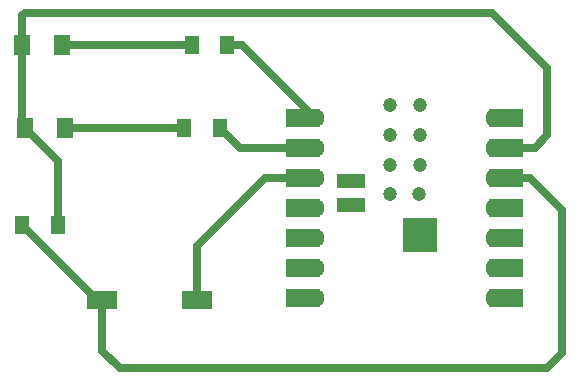
<source format=gbr>
%TF.GenerationSoftware,KiCad,Pcbnew,9.0.0*%
%TF.CreationDate,2025-04-04T13:24:18-04:00*%
%TF.ProjectId,esp32led,65737033-326c-4656-942e-6b696361645f,rev?*%
%TF.SameCoordinates,Original*%
%TF.FileFunction,Copper,L1,Top*%
%TF.FilePolarity,Positive*%
%FSLAX46Y46*%
G04 Gerber Fmt 4.6, Leading zero omitted, Abs format (unit mm)*
G04 Created by KiCad (PCBNEW 9.0.0) date 2025-04-04 13:24:18*
%MOMM*%
%LPD*%
G01*
G04 APERTURE LIST*
%TA.AperFunction,SMDPad,CuDef*%
%ADD10R,1.400000X1.700000*%
%TD*%
%TA.AperFunction,SMDPad,CuDef*%
%ADD11R,1.200000X1.600000*%
%TD*%
%TA.AperFunction,SMDPad,CuDef*%
%ADD12R,2.500000X1.500000*%
%TD*%
%TA.AperFunction,ComponentPad*%
%ADD13C,1.600000*%
%TD*%
%TA.AperFunction,SMDPad,CuDef*%
%ADD14R,3.000000X1.600000*%
%TD*%
%TA.AperFunction,SMDPad,CuDef*%
%ADD15R,2.400000X1.200000*%
%TD*%
%TA.AperFunction,SMDPad,CuDef*%
%ADD16C,1.200000*%
%TD*%
%TA.AperFunction,SMDPad,CuDef*%
%ADD17R,3.000000X3.000000*%
%TD*%
%TA.AperFunction,Conductor*%
%ADD18C,0.700000*%
%TD*%
G04 APERTURE END LIST*
D10*
%TO.P,D1,1,K*%
%TO.N,GND*%
X153035000Y-53975000D03*
%TO.P,D1,2,A*%
%TO.N,Net-(D1-A)*%
X156435000Y-53975000D03*
%TD*%
D11*
%TO.P,R3,1*%
%TO.N,Net-(D2-A)*%
X166775000Y-60960000D03*
%TO.P,R3,2*%
%TO.N,Net-(M1-D1)*%
X169775000Y-60960000D03*
%TD*%
D12*
%TO.P,SW1,1,1*%
%TO.N,+3.3V*%
X159830000Y-75565000D03*
%TO.P,SW1,2,2*%
%TO.N,Net-(M1-D2)*%
X167830000Y-75565000D03*
%TD*%
D10*
%TO.P,D2,1,K*%
%TO.N,GND*%
X153240000Y-60960000D03*
%TO.P,D2,2,A*%
%TO.N,Net-(D2-A)*%
X156640000Y-60960000D03*
%TD*%
D11*
%TO.P,R1,1*%
%TO.N,+3.3V*%
X153035000Y-69215000D03*
%TO.P,R1,2*%
%TO.N,GND*%
X156035000Y-69215000D03*
%TD*%
%TO.P,R2,1*%
%TO.N,Net-(D1-A)*%
X167410000Y-53975000D03*
%TO.P,R2,2*%
%TO.N,Net-(M1-D0)*%
X170410000Y-53975000D03*
%TD*%
D13*
%TO.P,M1,1,D0*%
%TO.N,Net-(M1-D0)*%
X177805000Y-60115000D03*
D14*
X176805000Y-60115000D03*
D13*
%TO.P,M1,2,D1*%
%TO.N,Net-(M1-D1)*%
X177805000Y-62655000D03*
D14*
X176805000Y-62655000D03*
D13*
%TO.P,M1,3,D2*%
%TO.N,Net-(M1-D2)*%
X177805000Y-65195000D03*
D14*
X176805000Y-65195000D03*
D13*
%TO.P,M1,4,D3*%
%TO.N,unconnected-(M1-D3-Pad4)_1*%
X177805000Y-67735000D03*
D14*
%TO.N,unconnected-(M1-D3-Pad4)*%
X176805000Y-67735000D03*
D13*
%TO.P,M1,5,D4*%
%TO.N,unconnected-(M1-D4-Pad5)*%
X177805000Y-70275000D03*
D14*
%TO.N,unconnected-(M1-D4-Pad5)_1*%
X176805000Y-70275000D03*
D13*
%TO.P,M1,6,D5*%
%TO.N,unconnected-(M1-D5-Pad6)*%
X177805000Y-72815000D03*
D14*
%TO.N,unconnected-(M1-D5-Pad6)_1*%
X176805000Y-72815000D03*
D13*
%TO.P,M1,7,D6*%
%TO.N,unconnected-(M1-D6-Pad7)_1*%
X177805000Y-75355000D03*
D14*
%TO.N,unconnected-(M1-D6-Pad7)*%
X176805000Y-75355000D03*
D13*
%TO.P,M1,8,D7*%
%TO.N,unconnected-(M1-D7-Pad8)*%
X193040000Y-75355000D03*
D14*
%TO.N,unconnected-(M1-D7-Pad8)_1*%
X194040000Y-75355000D03*
D13*
%TO.P,M1,9,D8*%
%TO.N,unconnected-(M1-D8-Pad9)*%
X193040000Y-72815000D03*
D14*
%TO.N,unconnected-(M1-D8-Pad9)_1*%
X194040000Y-72815000D03*
D13*
%TO.P,M1,10,D9*%
%TO.N,unconnected-(M1-D9-Pad10)_1*%
X193040000Y-70275000D03*
D14*
%TO.N,unconnected-(M1-D9-Pad10)*%
X194040000Y-70275000D03*
D13*
%TO.P,M1,11,D10*%
%TO.N,unconnected-(M1-D10-Pad11)_1*%
X193040000Y-67735000D03*
D14*
%TO.N,unconnected-(M1-D10-Pad11)*%
X194040000Y-67735000D03*
D13*
%TO.P,M1,12,3V3*%
%TO.N,+3.3V*%
X193040000Y-65195000D03*
D14*
X194040000Y-65195000D03*
D13*
%TO.P,M1,13,GND*%
%TO.N,GND*%
X193040000Y-62655000D03*
D14*
X194040000Y-62655000D03*
D13*
%TO.P,M1,14,5V*%
%TO.N,unconnected-(M1-5V-Pad14)_1*%
X193040000Y-60115000D03*
D14*
%TO.N,unconnected-(M1-5V-Pad14)*%
X194040000Y-60115000D03*
D15*
%TO.P,M1,15,BAT_GND*%
%TO.N,unconnected-(M1-BAT_GND-Pad15)*%
X180920000Y-65435000D03*
%TO.P,M1,16,BAT_VIN*%
%TO.N,unconnected-(M1-BAT_VIN-Pad16)*%
X180920000Y-67535000D03*
D16*
%TO.P,M1,17,MTDI*%
%TO.N,GND*%
X184150000Y-59055000D03*
%TO.P,M1,18,EN*%
%TO.N,unconnected-(M1-EN-Pad18)*%
X184150000Y-61595000D03*
%TO.P,M1,19,MTMS*%
%TO.N,GND*%
X184150000Y-64135000D03*
%TO.P,M1,20,MTCK*%
X186690000Y-64135000D03*
%TO.P,M1,21,GND*%
X186690000Y-61595000D03*
%TO.P,M1,22,MTDO*%
%TO.N,unconnected-(M1-MTDO-Pad22)*%
X186690000Y-59055000D03*
%TO.P,M1,23,D-*%
%TO.N,unconnected-(M1-D--Pad23)*%
X184170000Y-66535000D03*
%TO.P,M1,24,D+*%
%TO.N,unconnected-(M1-D+-Pad24)*%
X186670000Y-66535000D03*
D17*
%TO.P,M1,25,THERMAL*%
%TO.N,unconnected-(M1-THERMAL-Pad25)*%
X186720000Y-70035000D03*
%TD*%
D18*
%TO.N,Net-(D1-A)*%
X167410000Y-53975000D02*
X156435000Y-53975000D01*
%TO.N,GND*%
X153035000Y-53975000D02*
X153035000Y-60755000D01*
X156035000Y-69215000D02*
X156035000Y-63755000D01*
X153247685Y-51238164D02*
X153035000Y-51450849D01*
X192843164Y-51238164D02*
X153247685Y-51238164D01*
X193040000Y-62655000D02*
X196425000Y-62655000D01*
X153035000Y-60755000D02*
X153240000Y-60960000D01*
X156035000Y-63755000D02*
X153240000Y-60960000D01*
X196425000Y-62655000D02*
X197485000Y-61595000D01*
X197485000Y-61595000D02*
X197485000Y-55880000D01*
X197485000Y-55880000D02*
X192843164Y-51238164D01*
X153035000Y-51450849D02*
X153035000Y-53975000D01*
%TO.N,Net-(D2-A)*%
X166775000Y-60960000D02*
X156640000Y-60960000D01*
%TO.N,Net-(M1-D2)*%
X167830000Y-70930000D02*
X173565000Y-65195000D01*
X173565000Y-65195000D02*
X177805000Y-65195000D01*
X167830000Y-75565000D02*
X167830000Y-70930000D01*
%TO.N,+3.3V*%
X153035000Y-69215000D02*
X159385000Y-75565000D01*
X159385000Y-75565000D02*
X159830000Y-75565000D01*
X198755000Y-80010000D02*
X198755000Y-67945000D01*
X196005000Y-65195000D02*
X193040000Y-65195000D01*
X198755000Y-67945000D02*
X196005000Y-65195000D01*
X161290000Y-81280000D02*
X197485000Y-81280000D01*
X159830000Y-75565000D02*
X159830000Y-79820000D01*
X159830000Y-79820000D02*
X161290000Y-81280000D01*
X197485000Y-81280000D02*
X198755000Y-80010000D01*
%TO.N,Net-(M1-D0)*%
X170410000Y-53975000D02*
X171665000Y-53975000D01*
X171665000Y-53975000D02*
X177805000Y-60115000D01*
%TO.N,Net-(M1-D1)*%
X169775000Y-60960000D02*
X171470000Y-62655000D01*
X171470000Y-62655000D02*
X177805000Y-62655000D01*
%TD*%
M02*

</source>
